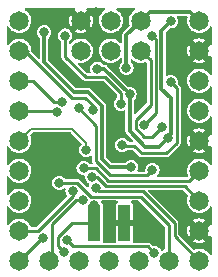
<source format=gbr>
%TF.GenerationSoftware,KiCad,Pcbnew,(6.0.1)*%
%TF.CreationDate,2022-04-12T16:45:31-07:00*%
%TF.ProjectId,3208_board,33323038-5f62-46f6-9172-642e6b696361,rev?*%
%TF.SameCoordinates,Original*%
%TF.FileFunction,Copper,L2,Bot*%
%TF.FilePolarity,Positive*%
%FSLAX46Y46*%
G04 Gerber Fmt 4.6, Leading zero omitted, Abs format (unit mm)*
G04 Created by KiCad (PCBNEW (6.0.1)) date 2022-04-12 16:45:31*
%MOMM*%
%LPD*%
G01*
G04 APERTURE LIST*
%TA.AperFunction,ComponentPad*%
%ADD10C,1.650000*%
%TD*%
%TA.AperFunction,SMDPad,CuDef*%
%ADD11R,1.020000X3.170000*%
%TD*%
%TA.AperFunction,ViaPad*%
%ADD12C,0.800000*%
%TD*%
%TA.AperFunction,Conductor*%
%ADD13C,0.250000*%
%TD*%
%TA.AperFunction,Conductor*%
%ADD14C,0.300000*%
%TD*%
%TA.AperFunction,Conductor*%
%ADD15C,0.400000*%
%TD*%
%TA.AperFunction,Conductor*%
%ADD16C,0.200000*%
%TD*%
G04 APERTURE END LIST*
D10*
%TO.P,J2,1,1*%
%TO.N,/2*%
X139065000Y-57785000D03*
%TO.P,J2,2,2*%
%TO.N,/3{slash}SCL*%
X139065000Y-60325000D03*
%TO.P,J2,3,3*%
%TO.N,/4{slash}MOSI*%
X139065000Y-62865000D03*
%TO.P,J2,4,4*%
%TO.N,/5{slash}MISO*%
X139065000Y-65405000D03*
%TO.P,J2,5,5*%
%TO.N,/6{slash}SCK*%
X139065000Y-67945000D03*
%TO.P,J2,6,6*%
%TO.N,/7*%
X139065000Y-70485000D03*
%TO.P,J2,7,7*%
%TO.N,/12*%
X139065000Y-73025000D03*
%TO.P,J2,8,8*%
%TO.N,/13*%
X139065000Y-75565000D03*
%TO.P,J2,9,9*%
%TO.N,/14*%
X139065000Y-78105000D03*
%TD*%
%TO.P,J1,1,1*%
%TO.N,/VIN*%
X154305000Y-57785000D03*
%TO.P,J1,2,2*%
%TO.N,GND*%
X154305000Y-60325000D03*
%TO.P,J1,3,3*%
%TO.N,/RX0*%
X154305000Y-62865000D03*
%TO.P,J1,4,4*%
%TO.N,/TX0*%
X154305000Y-65405000D03*
%TO.P,J1,5,5*%
%TO.N,GND*%
X154305000Y-67945000D03*
%TO.P,J1,6,6*%
%TO.N,/RX1*%
X154305000Y-70485000D03*
%TO.P,J1,7,7*%
%TO.N,/TX1*%
X154305000Y-73025000D03*
%TO.P,J1,8,8*%
%TO.N,GND*%
X154305000Y-75565000D03*
%TO.P,J1,9,9*%
%TO.N,/10{slash}SDA*%
X154305000Y-78105000D03*
%TD*%
%TO.P,J3,1,1*%
%TO.N,/11{slash}SCL*%
X151765000Y-78105000D03*
%TO.P,J3,2,2*%
%TO.N,/A6*%
X149225000Y-78105000D03*
%TO.P,J3,3,3*%
%TO.N,/A5*%
X146685000Y-78105000D03*
%TO.P,J3,4,4*%
%TO.N,/16*%
X144145000Y-78105000D03*
%TO.P,J3,5,5*%
%TO.N,/15*%
X141605000Y-78105000D03*
%TD*%
%TO.P,J4,1,1*%
%TO.N,/UDPI*%
X149352000Y-60325000D03*
%TO.P,J4,2,2*%
%TO.N,/VIN*%
X149352000Y-57785000D03*
%TO.P,J4,3,3*%
%TO.N,unconnected-(J4-Pad3)*%
X146812000Y-60325000D03*
%TO.P,J4,4,4*%
%TO.N,/TX0*%
X146812000Y-57785000D03*
%TO.P,J4,5,5*%
%TO.N,/RX0*%
X144272000Y-60325000D03*
%TO.P,J4,6,6*%
%TO.N,GND*%
X144272000Y-57785000D03*
%TD*%
D11*
%TO.P,J5,1,1*%
%TO.N,GND*%
X147955000Y-74946500D03*
%TO.P,J5,2,2*%
%TO.N,/LED_GND*%
X145415000Y-74946500D03*
%TD*%
D12*
%TO.N,/RST*%
X150334067Y-70426360D03*
X144081500Y-65214500D03*
%TO.N,/UDPI*%
X151175980Y-66800010D03*
%TO.N,/3{slash}SCL*%
X145297773Y-65331727D03*
%TO.N,/4{slash}MOSI*%
X142670498Y-64650502D03*
%TO.N,/5{slash}MISO*%
X142238970Y-65552050D03*
%TO.N,/VIN*%
X148137531Y-61760785D03*
%TO.N,GND*%
X146682104Y-75275319D03*
X153543000Y-74295000D03*
X147447000Y-69342000D03*
X139827000Y-59055000D03*
X138416500Y-69215000D03*
X146939000Y-65659000D03*
X145542000Y-57086500D03*
X153543000Y-69215000D03*
X149225000Y-64770000D03*
%TO.N,/VCC*%
X145669000Y-61849000D03*
X151638000Y-67691000D03*
X151892000Y-57841498D03*
X148399500Y-64008000D03*
%TO.N,/AVCC*%
X141177801Y-58763989D03*
X148526500Y-70158909D03*
%TO.N,/6{slash}SCK*%
X144732989Y-68729304D03*
%TO.N,/TX1*%
X145215497Y-70991877D03*
%TO.N,/RX1*%
X144508734Y-70285129D03*
%TO.N,/10{slash}SDA*%
X145514574Y-71956989D03*
%TO.N,/11{slash}SCL*%
X142455638Y-71506381D03*
%TO.N,/TX0*%
X149632000Y-66613835D03*
X150304500Y-59055000D03*
%TO.N,/2*%
X147650000Y-64833500D03*
X142938500Y-59055000D03*
%TO.N,/13*%
X143576869Y-72230881D03*
%TO.N,/14*%
X141103559Y-76145413D03*
%TO.N,/15*%
X144415393Y-73008608D03*
%TO.N,/LED_GND*%
X151892000Y-62992000D03*
X145415000Y-73406000D03*
X142875000Y-77406500D03*
X147782803Y-68313588D03*
%TO.N,Net-(LED1-Pad1)*%
X143065500Y-76390500D03*
X150494999Y-77459783D03*
%TD*%
D13*
%TO.N,/RST*%
X145575480Y-66708480D02*
X145575480Y-69691544D01*
X149877018Y-70883409D02*
X150334067Y-70426360D01*
X146767345Y-70883409D02*
X149877018Y-70883409D01*
X145575480Y-69691544D02*
X146767345Y-70883409D01*
X144081500Y-65214500D02*
X145575480Y-66708480D01*
%TO.N,/UDPI*%
X150172480Y-61145480D02*
X149352000Y-60325000D01*
X150172480Y-64902020D02*
X150172480Y-61145480D01*
X149653298Y-67659747D02*
X148907500Y-66913949D01*
X150316243Y-67659747D02*
X149653298Y-67659747D01*
X149352000Y-60325000D02*
X149237548Y-60439452D01*
X148907500Y-66167000D02*
X150172480Y-64902020D01*
X151175980Y-66800010D02*
X150316243Y-67659747D01*
X148907500Y-66913949D02*
X148907500Y-66167000D01*
%TO.N,/3{slash}SCL*%
X144646948Y-64292020D02*
X143503947Y-64292019D01*
X145297773Y-64942845D02*
X144646948Y-64292020D01*
X145297773Y-65331727D02*
X145297773Y-64942845D01*
X139764218Y-60325000D02*
X139065000Y-60325000D01*
X143503947Y-64292019D02*
X139536928Y-60325000D01*
X139536928Y-60325000D02*
X139065000Y-60325000D01*
%TO.N,/4{slash}MOSI*%
X142670498Y-64650502D02*
X142012344Y-64650502D01*
X140226842Y-62865000D02*
X139065000Y-62865000D01*
X142012344Y-64650502D02*
X140226842Y-62865000D01*
%TO.N,/5{slash}MISO*%
X142091920Y-65405000D02*
X139065000Y-65405000D01*
X142238970Y-65552050D02*
X142091920Y-65405000D01*
D14*
%TO.N,/VIN*%
X150114000Y-57023000D02*
X149352000Y-57785000D01*
X154305000Y-57785000D02*
X153543000Y-57023000D01*
D15*
X148137531Y-61760785D02*
X148127489Y-61750743D01*
D14*
X148127489Y-59009511D02*
X149352000Y-57785000D01*
X148127489Y-61750743D02*
X148127489Y-59009511D01*
X153543000Y-57023000D02*
X150114000Y-57023000D01*
%TO.N,/VCC*%
X151096520Y-63530020D02*
X151925480Y-64358980D01*
X148399500Y-67119500D02*
X149733000Y-68453000D01*
X145669000Y-61849000D02*
X146240500Y-61849000D01*
X146240500Y-61849000D02*
X148399500Y-64008000D01*
X148399500Y-64008000D02*
X148399500Y-67119500D01*
X151892000Y-57841498D02*
X151096520Y-58636978D01*
X151925480Y-64358980D02*
X151925480Y-67403520D01*
X150876000Y-68453000D02*
X151638000Y-67691000D01*
X149733000Y-68453000D02*
X150876000Y-68453000D01*
X151096520Y-58636978D02*
X151096520Y-63530020D01*
X151925480Y-67403520D02*
X151638000Y-67691000D01*
%TO.N,/AVCC*%
X141177801Y-61294801D02*
X141177801Y-58763989D01*
X146713917Y-70158909D02*
X146050000Y-69494992D01*
X148526500Y-70158909D02*
X146713917Y-70158909D01*
X143700500Y-63817500D02*
X141177801Y-61294801D01*
X146050000Y-69494992D02*
X146050000Y-65024000D01*
X146050000Y-65024000D02*
X144843500Y-63817500D01*
X144843500Y-63817500D02*
X143700500Y-63817500D01*
D16*
%TO.N,/6{slash}SCK*%
X140081000Y-66929000D02*
X139065000Y-67945000D01*
X144732989Y-68729304D02*
X144732989Y-68151989D01*
X144732989Y-68151989D02*
X143510000Y-66929000D01*
X143510000Y-66929000D02*
X140081000Y-66929000D01*
D13*
%TO.N,/TX1*%
X145604377Y-70991877D02*
X146394949Y-71782449D01*
X153062449Y-71782449D02*
X154305000Y-73025000D01*
X146394949Y-71782449D02*
X153062449Y-71782449D01*
X145215497Y-70991877D02*
X145604377Y-70991877D01*
X145215497Y-70991877D02*
X145070183Y-70991877D01*
%TO.N,/RX1*%
X144526497Y-70267366D02*
X145515584Y-70267366D01*
X145515584Y-70267366D02*
X146581147Y-71332929D01*
X144508734Y-70285129D02*
X144526497Y-70267366D01*
X146581147Y-71332929D02*
X153457071Y-71332929D01*
X153457071Y-71332929D02*
X154305000Y-70485000D01*
%TO.N,/10{slash}SDA*%
X149511469Y-72231969D02*
X145789554Y-72231969D01*
X154305000Y-78105000D02*
X152214520Y-76014520D01*
X152214520Y-76014520D02*
X152214520Y-74935021D01*
X145789554Y-72231969D02*
X145514574Y-71956989D01*
X152214520Y-74935021D02*
X149511469Y-72231969D01*
%TO.N,/11{slash}SCL*%
X145131017Y-72681489D02*
X149325271Y-72681489D01*
X143955909Y-71506381D02*
X145131017Y-72681489D01*
X149325271Y-72681489D02*
X151765000Y-75121218D01*
X142424203Y-71506381D02*
X142418822Y-71501000D01*
X142455638Y-71506381D02*
X142424203Y-71506381D01*
X142455638Y-71506381D02*
X143955909Y-71506381D01*
X151765000Y-75121218D02*
X151765000Y-78105000D01*
%TO.N,/TX0*%
X150622000Y-59372500D02*
X150304500Y-59055000D01*
X149632000Y-66613835D02*
X149634335Y-66611500D01*
X150622000Y-65623835D02*
X150622000Y-59372500D01*
X149632000Y-66613835D02*
X150622000Y-65623835D01*
%TO.N,/RX0*%
X154305000Y-62865000D02*
X154305000Y-62230000D01*
X144272000Y-60833000D02*
X144272000Y-60325000D01*
X154305000Y-63254614D02*
X154305000Y-62865000D01*
%TO.N,/2*%
X142938500Y-59055000D02*
X142938500Y-60833000D01*
X142938500Y-60833000D02*
X144679011Y-62573511D01*
X144679011Y-62573511D02*
X146293939Y-62573511D01*
X146293939Y-62573511D02*
X147650000Y-63929572D01*
X147650000Y-63929572D02*
X147650000Y-64833500D01*
%TO.N,/13*%
X140669944Y-75565000D02*
X139065000Y-75565000D01*
X143576869Y-72230881D02*
X143576869Y-72658075D01*
X143576869Y-72658075D02*
X140669944Y-75565000D01*
%TO.N,/14*%
X141103559Y-76145413D02*
X141024587Y-76145413D01*
X141024587Y-76145413D02*
X139065000Y-78105000D01*
%TO.N,/15*%
X141828070Y-77881930D02*
X141605000Y-78105000D01*
X143862054Y-73008608D02*
X141828070Y-75042592D01*
X141828070Y-75042592D02*
X141828070Y-77881930D01*
X144415393Y-73008608D02*
X143862054Y-73008608D01*
%TO.N,/LED_GND*%
X145415000Y-76021500D02*
X145415000Y-74946500D01*
X143484886Y-74946500D02*
X145415000Y-74946500D01*
X152400000Y-68135500D02*
X152400000Y-63500000D01*
X142340989Y-76090397D02*
X143484886Y-74946500D01*
X149415500Y-69024500D02*
X151511000Y-69024500D01*
X145415000Y-74946500D02*
X145415000Y-75946000D01*
X147782803Y-68313588D02*
X147845204Y-68375989D01*
X148766989Y-68375989D02*
X149415500Y-69024500D01*
X151511000Y-69024500D02*
X152400000Y-68135500D01*
X152400000Y-63500000D02*
X151892000Y-62992000D01*
X147845204Y-68375989D02*
X148766989Y-68375989D01*
X142340989Y-76872489D02*
X142340989Y-76090397D01*
X142875000Y-77406500D02*
X142340989Y-76872489D01*
%TO.N,Net-(LED1-Pad1)*%
X143573500Y-76898500D02*
X143065500Y-76390500D01*
X150494999Y-77459783D02*
X149933716Y-76898500D01*
X149933716Y-76898500D02*
X143573500Y-76898500D01*
%TD*%
%TA.AperFunction,Conductor*%
%TO.N,GND*%
G36*
X152944806Y-72126856D02*
G01*
X152956619Y-72136945D01*
X153335091Y-72515417D01*
X153362868Y-72569934D01*
X153356791Y-72618717D01*
X153357866Y-72619058D01*
X153297056Y-72810755D01*
X153274638Y-73010613D01*
X153276769Y-73035985D01*
X153289560Y-73188304D01*
X153291467Y-73211018D01*
X153346901Y-73404338D01*
X153438828Y-73583210D01*
X153441839Y-73587009D01*
X153560738Y-73737022D01*
X153560741Y-73737025D01*
X153563748Y-73740819D01*
X153567435Y-73743957D01*
X153567437Y-73743959D01*
X153683401Y-73842652D01*
X153716901Y-73871163D01*
X153721123Y-73873523D01*
X153721128Y-73873526D01*
X153759638Y-73895048D01*
X153892456Y-73969277D01*
X153995886Y-74002884D01*
X154079118Y-74029928D01*
X154079121Y-74029929D01*
X154083723Y-74031424D01*
X154283420Y-74055236D01*
X154288242Y-74054865D01*
X154288245Y-74054865D01*
X154354574Y-74049761D01*
X154483938Y-74039807D01*
X154677640Y-73985724D01*
X154681953Y-73983545D01*
X154681959Y-73983543D01*
X154852828Y-73897231D01*
X154852830Y-73897229D01*
X154857149Y-73895048D01*
X154891737Y-73868025D01*
X155011812Y-73774213D01*
X155011814Y-73774211D01*
X155015627Y-73771232D01*
X155018783Y-73767576D01*
X155018788Y-73767571D01*
X155094454Y-73679910D01*
X155147037Y-73618992D01*
X155149432Y-73614777D01*
X155189920Y-73543504D01*
X155235103Y-73502246D01*
X155295907Y-73495426D01*
X155349107Y-73525648D01*
X155374383Y-73581368D01*
X155375000Y-73592404D01*
X155375000Y-74996910D01*
X155356093Y-75055101D01*
X155306593Y-75091065D01*
X155245407Y-75091065D01*
X155208363Y-75064151D01*
X155206269Y-75066319D01*
X155186572Y-75047298D01*
X155176854Y-75052356D01*
X154675296Y-75553914D01*
X154669242Y-75565797D01*
X154670038Y-75570828D01*
X155175857Y-76076647D01*
X155186712Y-76082178D01*
X155204625Y-76065060D01*
X155206669Y-76067199D01*
X155235099Y-76041236D01*
X155295902Y-76034413D01*
X155349104Y-76064633D01*
X155374383Y-76120352D01*
X155375000Y-76131392D01*
X155375000Y-77535844D01*
X155356093Y-77594035D01*
X155306593Y-77629999D01*
X155245407Y-77629999D01*
X155195907Y-77594035D01*
X155188588Y-77582322D01*
X155165567Y-77539025D01*
X155165565Y-77539021D01*
X155163294Y-77534751D01*
X155036186Y-77378901D01*
X154881227Y-77250708D01*
X154704320Y-77155055D01*
X154629069Y-77131761D01*
X154516824Y-77097015D01*
X154516820Y-77097014D01*
X154512203Y-77095585D01*
X154507395Y-77095080D01*
X154507392Y-77095079D01*
X154317010Y-77075069D01*
X154317008Y-77075069D01*
X154312194Y-77074563D01*
X154245547Y-77080628D01*
X154116731Y-77092351D01*
X154116727Y-77092352D01*
X154111911Y-77092790D01*
X154107269Y-77094156D01*
X154107265Y-77094157D01*
X153923629Y-77148204D01*
X153923626Y-77148205D01*
X153918982Y-77149572D01*
X153911797Y-77153328D01*
X153910335Y-77153576D01*
X153910203Y-77153629D01*
X153910191Y-77153600D01*
X153851470Y-77163533D01*
X153795926Y-77135599D01*
X153107047Y-76446721D01*
X153787761Y-76446721D01*
X153794990Y-76454233D01*
X153888433Y-76506456D01*
X153897255Y-76510311D01*
X154079226Y-76569437D01*
X154088639Y-76571506D01*
X154278628Y-76594161D01*
X154288255Y-76594363D01*
X154479023Y-76579684D01*
X154488514Y-76578011D01*
X154672798Y-76526557D01*
X154681777Y-76523075D01*
X154815332Y-76455611D01*
X154823373Y-76447626D01*
X154818181Y-76437391D01*
X154316086Y-75935296D01*
X154304203Y-75929242D01*
X154299172Y-75930038D01*
X153793238Y-76435972D01*
X153787761Y-76446721D01*
X153107047Y-76446721D01*
X152569016Y-75908690D01*
X152541239Y-75854173D01*
X152540020Y-75838686D01*
X152540020Y-75555440D01*
X153275545Y-75555440D01*
X153291556Y-75746108D01*
X153293294Y-75755576D01*
X153346031Y-75939496D01*
X153349582Y-75948464D01*
X153414635Y-76075043D01*
X153422762Y-76083114D01*
X153432826Y-76077964D01*
X153934704Y-75576086D01*
X153940758Y-75564203D01*
X153939962Y-75559172D01*
X153433875Y-75053085D01*
X153423233Y-75047663D01*
X153415619Y-75055042D01*
X153360660Y-75155012D01*
X153356862Y-75163873D01*
X153299012Y-75346242D01*
X153297007Y-75355673D01*
X153275679Y-75545812D01*
X153275545Y-75555440D01*
X152540020Y-75555440D01*
X152540020Y-74953555D01*
X152540397Y-74944926D01*
X152543029Y-74914843D01*
X152543784Y-74906214D01*
X152533724Y-74868671D01*
X152531854Y-74860237D01*
X152526612Y-74830504D01*
X152526611Y-74830502D01*
X152525108Y-74821976D01*
X152520778Y-74814477D01*
X152518782Y-74808992D01*
X152516316Y-74803705D01*
X152514074Y-74795337D01*
X152491788Y-74763510D01*
X152487147Y-74756226D01*
X152472043Y-74730065D01*
X152467714Y-74722566D01*
X152437949Y-74697590D01*
X152431581Y-74691756D01*
X152422940Y-74683115D01*
X153787110Y-74683115D01*
X153792214Y-74693004D01*
X154293914Y-75194704D01*
X154305797Y-75200758D01*
X154310828Y-75199962D01*
X154817105Y-74693685D01*
X154822472Y-74683151D01*
X154814943Y-74675436D01*
X154708390Y-74617823D01*
X154699500Y-74614086D01*
X154516724Y-74557508D01*
X154507290Y-74555571D01*
X154317006Y-74535571D01*
X154307368Y-74535504D01*
X154116825Y-74552844D01*
X154107361Y-74554650D01*
X153923817Y-74608670D01*
X153914876Y-74612283D01*
X153795214Y-74674841D01*
X153787110Y-74683115D01*
X152422940Y-74683115D01*
X150016779Y-72276953D01*
X149989002Y-72222436D01*
X149998573Y-72162004D01*
X150041838Y-72118739D01*
X150086783Y-72107949D01*
X152886615Y-72107949D01*
X152944806Y-72126856D01*
G37*
%TD.AperFunction*%
%TA.AperFunction,Conductor*%
G36*
X147347404Y-73025896D02*
G01*
X147383368Y-73075396D01*
X147383368Y-73136582D01*
X147344215Y-73188304D01*
X147308919Y-73211888D01*
X147295389Y-73225418D01*
X147262021Y-73275358D01*
X147254702Y-73293026D01*
X147245948Y-73337038D01*
X147245000Y-73346660D01*
X147245000Y-74676820D01*
X147249122Y-74689505D01*
X147253243Y-74692500D01*
X148649320Y-74692500D01*
X148662005Y-74688378D01*
X148665000Y-74684257D01*
X148665000Y-73346660D01*
X148664052Y-73337038D01*
X148655298Y-73293026D01*
X148647979Y-73275358D01*
X148614611Y-73225418D01*
X148601081Y-73211888D01*
X148565785Y-73188304D01*
X148527906Y-73140255D01*
X148525504Y-73079116D01*
X148559497Y-73028243D01*
X148620787Y-73006989D01*
X149149437Y-73006989D01*
X149207628Y-73025896D01*
X149219441Y-73035985D01*
X151410504Y-75227048D01*
X151438281Y-75281565D01*
X151439500Y-75297052D01*
X151439500Y-77058855D01*
X151420593Y-77117046D01*
X151378976Y-77149560D01*
X151378982Y-77149572D01*
X151378916Y-77149606D01*
X151378914Y-77149608D01*
X151374682Y-77151820D01*
X151205054Y-77240499D01*
X151205050Y-77240502D01*
X151200757Y-77242746D01*
X151196978Y-77245784D01*
X151196977Y-77245785D01*
X151194412Y-77247847D01*
X151193016Y-77248377D01*
X151192932Y-77248432D01*
X151192920Y-77248414D01*
X151137213Y-77269569D01*
X151078169Y-77253522D01*
X151040921Y-77208572D01*
X151022020Y-77162939D01*
X151022017Y-77162933D01*
X151019535Y-77156942D01*
X150923281Y-77031501D01*
X150797840Y-76935247D01*
X150651761Y-76874739D01*
X150494999Y-76854101D01*
X150414957Y-76864639D01*
X150354798Y-76853489D01*
X150332032Y-76836490D01*
X150176985Y-76681443D01*
X150171150Y-76675075D01*
X150166849Y-76669949D01*
X150146171Y-76645306D01*
X150112508Y-76625871D01*
X150105227Y-76621232D01*
X150102772Y-76619513D01*
X150073400Y-76598946D01*
X150065032Y-76596704D01*
X150059745Y-76594238D01*
X150054260Y-76592242D01*
X150046761Y-76587912D01*
X150038235Y-76586409D01*
X150038233Y-76586408D01*
X150008500Y-76581166D01*
X150000065Y-76579296D01*
X149970890Y-76571478D01*
X149962523Y-76569236D01*
X149953894Y-76569991D01*
X149923811Y-76572623D01*
X149915182Y-76573000D01*
X148764000Y-76573000D01*
X148705809Y-76554093D01*
X148669845Y-76504593D01*
X148665000Y-76474000D01*
X148665000Y-75216180D01*
X148660878Y-75203495D01*
X148656757Y-75200500D01*
X147260680Y-75200500D01*
X147247995Y-75204622D01*
X147245000Y-75208743D01*
X147245000Y-76474000D01*
X147226093Y-76532191D01*
X147176593Y-76568155D01*
X147146000Y-76573000D01*
X146224500Y-76573000D01*
X146166309Y-76554093D01*
X146130345Y-76504593D01*
X146125500Y-76474000D01*
X146125500Y-73341752D01*
X146113867Y-73283269D01*
X146069552Y-73216948D01*
X146026684Y-73188304D01*
X145988805Y-73140254D01*
X145986403Y-73079116D01*
X146020396Y-73028242D01*
X146081686Y-73006989D01*
X147289213Y-73006989D01*
X147347404Y-73025896D01*
G37*
%TD.AperFunction*%
%TA.AperFunction,Conductor*%
G36*
X143402712Y-67248407D02*
G01*
X143414525Y-67258496D01*
X144311474Y-68155445D01*
X144339251Y-68209962D01*
X144329680Y-68270394D01*
X144311476Y-68295450D01*
X144309852Y-68297074D01*
X144304707Y-68301022D01*
X144208453Y-68426463D01*
X144147945Y-68572542D01*
X144127307Y-68729304D01*
X144147945Y-68886066D01*
X144208453Y-69032145D01*
X144304707Y-69157586D01*
X144430148Y-69253840D01*
X144576227Y-69314348D01*
X144732989Y-69334986D01*
X144889751Y-69314348D01*
X145035830Y-69253840D01*
X145090713Y-69211727D01*
X145148389Y-69191303D01*
X145207054Y-69208681D01*
X145244302Y-69257222D01*
X145249980Y-69290269D01*
X145249980Y-69673010D01*
X145249603Y-69681639D01*
X145246216Y-69720351D01*
X145248458Y-69728718D01*
X145256276Y-69757893D01*
X145258146Y-69766327D01*
X145264892Y-69804589D01*
X145268143Y-69810221D01*
X145270236Y-69870154D01*
X145236021Y-69920879D01*
X145175071Y-69941866D01*
X145051074Y-69941866D01*
X144992883Y-69922959D01*
X144972532Y-69903133D01*
X144969623Y-69899341D01*
X144937016Y-69856847D01*
X144811575Y-69760593D01*
X144665496Y-69700085D01*
X144508734Y-69679447D01*
X144351972Y-69700085D01*
X144205893Y-69760593D01*
X144080452Y-69856847D01*
X143984198Y-69982288D01*
X143923690Y-70128367D01*
X143903052Y-70285129D01*
X143923690Y-70441891D01*
X143984198Y-70587970D01*
X144080452Y-70713411D01*
X144205893Y-70809665D01*
X144351972Y-70870173D01*
X144483165Y-70887445D01*
X144502300Y-70889964D01*
X144508734Y-70890811D01*
X144512673Y-70890292D01*
X144569853Y-70908871D01*
X144605817Y-70958371D01*
X144610409Y-70987366D01*
X144609815Y-70991877D01*
X144630453Y-71148639D01*
X144690961Y-71294718D01*
X144787215Y-71420159D01*
X144912656Y-71516413D01*
X144935941Y-71526058D01*
X144982465Y-71565795D01*
X144996748Y-71625289D01*
X144989518Y-71655404D01*
X144929530Y-71800227D01*
X144928683Y-71806660D01*
X144928228Y-71808359D01*
X144894906Y-71859675D01*
X144837785Y-71881603D01*
X144778684Y-71865769D01*
X144762597Y-71852743D01*
X144199178Y-71289324D01*
X144193343Y-71282956D01*
X144168364Y-71253187D01*
X144134701Y-71233752D01*
X144127420Y-71229113D01*
X144124965Y-71227394D01*
X144095593Y-71206827D01*
X144087225Y-71204585D01*
X144081938Y-71202119D01*
X144076453Y-71200123D01*
X144068954Y-71195793D01*
X144060428Y-71194290D01*
X144060426Y-71194289D01*
X144030693Y-71189047D01*
X144022258Y-71187177D01*
X143993083Y-71179359D01*
X143984716Y-71177117D01*
X143976087Y-71177872D01*
X143946004Y-71180504D01*
X143937375Y-71180881D01*
X143011608Y-71180881D01*
X142953417Y-71161974D01*
X142933066Y-71142148D01*
X142887874Y-71083252D01*
X142883920Y-71078099D01*
X142758479Y-70981845D01*
X142612400Y-70921337D01*
X142455638Y-70900699D01*
X142298876Y-70921337D01*
X142152797Y-70981845D01*
X142027356Y-71078099D01*
X141931102Y-71203540D01*
X141870594Y-71349619D01*
X141849956Y-71506381D01*
X141870594Y-71663143D01*
X141931102Y-71809222D01*
X142027356Y-71934663D01*
X142152797Y-72030917D01*
X142298876Y-72091425D01*
X142455638Y-72112063D01*
X142612400Y-72091425D01*
X142758479Y-72030917D01*
X142836521Y-71971034D01*
X142894193Y-71950611D01*
X142952859Y-71967988D01*
X142990106Y-72016530D01*
X142992323Y-72072916D01*
X142991825Y-72074119D01*
X142971187Y-72230881D01*
X142991825Y-72387643D01*
X143052333Y-72533722D01*
X143081350Y-72571538D01*
X143101773Y-72629211D01*
X143084396Y-72687877D01*
X143072811Y-72701807D01*
X140564114Y-75210504D01*
X140509597Y-75238281D01*
X140494110Y-75239500D01*
X140111163Y-75239500D01*
X140052972Y-75220593D01*
X140019633Y-75178225D01*
X140019108Y-75176951D01*
X140017710Y-75172321D01*
X139961348Y-75066319D01*
X139925567Y-74999025D01*
X139925565Y-74999021D01*
X139923294Y-74994751D01*
X139889696Y-74953555D01*
X139799247Y-74842654D01*
X139799246Y-74842653D01*
X139796186Y-74838901D01*
X139663869Y-74729439D01*
X139644954Y-74713791D01*
X139644952Y-74713790D01*
X139641227Y-74710708D01*
X139469750Y-74617991D01*
X139468574Y-74617355D01*
X139468573Y-74617355D01*
X139464320Y-74615055D01*
X139402745Y-74595994D01*
X139276824Y-74557015D01*
X139276820Y-74557014D01*
X139272203Y-74555585D01*
X139267395Y-74555080D01*
X139267392Y-74555079D01*
X139077010Y-74535069D01*
X139077008Y-74535069D01*
X139072194Y-74534563D01*
X139005547Y-74540628D01*
X138876731Y-74552351D01*
X138876727Y-74552352D01*
X138871911Y-74552790D01*
X138867269Y-74554156D01*
X138867265Y-74554157D01*
X138683629Y-74608204D01*
X138683626Y-74608205D01*
X138678982Y-74609572D01*
X138657122Y-74621000D01*
X138505054Y-74700499D01*
X138505050Y-74700502D01*
X138500757Y-74702746D01*
X138496981Y-74705782D01*
X138496978Y-74705784D01*
X138352465Y-74821976D01*
X138344024Y-74828763D01*
X138340915Y-74832468D01*
X138340912Y-74832471D01*
X138239311Y-74953555D01*
X138214752Y-74982823D01*
X138212416Y-74987071D01*
X138212416Y-74987072D01*
X138180754Y-75044665D01*
X138136152Y-75086549D01*
X138075449Y-75094217D01*
X138021832Y-75064741D01*
X137995781Y-75009379D01*
X137995000Y-74996971D01*
X137995000Y-73595819D01*
X138013907Y-73537628D01*
X138063407Y-73501664D01*
X138124593Y-73501664D01*
X138174093Y-73537628D01*
X138182051Y-73550566D01*
X138198828Y-73583210D01*
X138201839Y-73587009D01*
X138320738Y-73737022D01*
X138320741Y-73737025D01*
X138323748Y-73740819D01*
X138327435Y-73743957D01*
X138327437Y-73743959D01*
X138443401Y-73842652D01*
X138476901Y-73871163D01*
X138481123Y-73873523D01*
X138481128Y-73873526D01*
X138519638Y-73895048D01*
X138652456Y-73969277D01*
X138755886Y-74002884D01*
X138839118Y-74029928D01*
X138839121Y-74029929D01*
X138843723Y-74031424D01*
X139043420Y-74055236D01*
X139048242Y-74054865D01*
X139048245Y-74054865D01*
X139114574Y-74049761D01*
X139243938Y-74039807D01*
X139437640Y-73985724D01*
X139441953Y-73983545D01*
X139441959Y-73983543D01*
X139612828Y-73897231D01*
X139612830Y-73897229D01*
X139617149Y-73895048D01*
X139651737Y-73868025D01*
X139771812Y-73774213D01*
X139771814Y-73774211D01*
X139775627Y-73771232D01*
X139778783Y-73767576D01*
X139778788Y-73767571D01*
X139854454Y-73679910D01*
X139907037Y-73618992D01*
X139973358Y-73502246D01*
X140003985Y-73448333D01*
X140003986Y-73448330D01*
X140006374Y-73444127D01*
X140069854Y-73253297D01*
X140073422Y-73225058D01*
X140094712Y-73056524D01*
X140095060Y-73053772D01*
X140095462Y-73025000D01*
X140075837Y-72824849D01*
X140017710Y-72632321D01*
X139962096Y-72527727D01*
X139925567Y-72459025D01*
X139925565Y-72459021D01*
X139923294Y-72454751D01*
X139883235Y-72405633D01*
X139799247Y-72302654D01*
X139799246Y-72302653D01*
X139796186Y-72298901D01*
X139703756Y-72222436D01*
X139644954Y-72173791D01*
X139644952Y-72173790D01*
X139641227Y-72170708D01*
X139464320Y-72075055D01*
X139401468Y-72055599D01*
X139276824Y-72017015D01*
X139276820Y-72017014D01*
X139272203Y-72015585D01*
X139267395Y-72015080D01*
X139267392Y-72015079D01*
X139077010Y-71995069D01*
X139077008Y-71995069D01*
X139072194Y-71994563D01*
X139005547Y-72000628D01*
X138876731Y-72012351D01*
X138876727Y-72012352D01*
X138871911Y-72012790D01*
X138867269Y-72014156D01*
X138867265Y-72014157D01*
X138683629Y-72068204D01*
X138683626Y-72068205D01*
X138678982Y-72069572D01*
X138664095Y-72077355D01*
X138505054Y-72160499D01*
X138505050Y-72160502D01*
X138500757Y-72162746D01*
X138496981Y-72165782D01*
X138496978Y-72165784D01*
X138347796Y-72285730D01*
X138344024Y-72288763D01*
X138340915Y-72292468D01*
X138340912Y-72292471D01*
X138245958Y-72405633D01*
X138214752Y-72442823D01*
X138212416Y-72447071D01*
X138212416Y-72447072D01*
X138180754Y-72504665D01*
X138136152Y-72546549D01*
X138075449Y-72554217D01*
X138021832Y-72524741D01*
X137995781Y-72469379D01*
X137995000Y-72456971D01*
X137995000Y-71055819D01*
X138013907Y-70997628D01*
X138063407Y-70961664D01*
X138124593Y-70961664D01*
X138174093Y-70997628D01*
X138182051Y-71010566D01*
X138198828Y-71043210D01*
X138201839Y-71047009D01*
X138320738Y-71197022D01*
X138320741Y-71197025D01*
X138323748Y-71200819D01*
X138327435Y-71203957D01*
X138327437Y-71203959D01*
X138434078Y-71294718D01*
X138476901Y-71331163D01*
X138481123Y-71333523D01*
X138481128Y-71333526D01*
X138523544Y-71357231D01*
X138652456Y-71429277D01*
X138755886Y-71462884D01*
X138839118Y-71489928D01*
X138839121Y-71489929D01*
X138843723Y-71491424D01*
X139043420Y-71515236D01*
X139048242Y-71514865D01*
X139048245Y-71514865D01*
X139114574Y-71509761D01*
X139243938Y-71499807D01*
X139437640Y-71445724D01*
X139441953Y-71443545D01*
X139441959Y-71443543D01*
X139612828Y-71357231D01*
X139612830Y-71357229D01*
X139617149Y-71355048D01*
X139687778Y-71299867D01*
X139771812Y-71234213D01*
X139771814Y-71234211D01*
X139775627Y-71231232D01*
X139778783Y-71227576D01*
X139778788Y-71227571D01*
X139854454Y-71139910D01*
X139907037Y-71078992D01*
X139973358Y-70962246D01*
X140003985Y-70908333D01*
X140003986Y-70908330D01*
X140006374Y-70904127D01*
X140069854Y-70713297D01*
X140095060Y-70513772D01*
X140095462Y-70485000D01*
X140085013Y-70378433D01*
X140076309Y-70289659D01*
X140076308Y-70289655D01*
X140075837Y-70284849D01*
X140017710Y-70092321D01*
X139962392Y-69988283D01*
X139925567Y-69919025D01*
X139925565Y-69919021D01*
X139923294Y-69914751D01*
X139915974Y-69905775D01*
X139799247Y-69762654D01*
X139799246Y-69762653D01*
X139796186Y-69758901D01*
X139701166Y-69680294D01*
X139644954Y-69633791D01*
X139644952Y-69633790D01*
X139641227Y-69630708D01*
X139464320Y-69535055D01*
X139402745Y-69515994D01*
X139276824Y-69477015D01*
X139276820Y-69477014D01*
X139272203Y-69475585D01*
X139267395Y-69475080D01*
X139267392Y-69475079D01*
X139077010Y-69455069D01*
X139077008Y-69455069D01*
X139072194Y-69454563D01*
X139005547Y-69460628D01*
X138876731Y-69472351D01*
X138876727Y-69472352D01*
X138871911Y-69472790D01*
X138867269Y-69474156D01*
X138867265Y-69474157D01*
X138683629Y-69528204D01*
X138683626Y-69528205D01*
X138678982Y-69529572D01*
X138668494Y-69535055D01*
X138505054Y-69620499D01*
X138505050Y-69620502D01*
X138500757Y-69622746D01*
X138496981Y-69625782D01*
X138496978Y-69625784D01*
X138347796Y-69745730D01*
X138344024Y-69748763D01*
X138340915Y-69752468D01*
X138340912Y-69752471D01*
X138217869Y-69899108D01*
X138214752Y-69902823D01*
X138212416Y-69907071D01*
X138212416Y-69907072D01*
X138180754Y-69964665D01*
X138136152Y-70006549D01*
X138075449Y-70014217D01*
X138021832Y-69984741D01*
X137995781Y-69929379D01*
X137995000Y-69916971D01*
X137995000Y-68515819D01*
X138013907Y-68457628D01*
X138063407Y-68421664D01*
X138124593Y-68421664D01*
X138174093Y-68457628D01*
X138182051Y-68470566D01*
X138198828Y-68503210D01*
X138201839Y-68507009D01*
X138320738Y-68657022D01*
X138320741Y-68657025D01*
X138323748Y-68660819D01*
X138327435Y-68663957D01*
X138327437Y-68663959D01*
X138364559Y-68695552D01*
X138476901Y-68791163D01*
X138481123Y-68793523D01*
X138481128Y-68793526D01*
X138560928Y-68838124D01*
X138652456Y-68889277D01*
X138742157Y-68918423D01*
X138839118Y-68949928D01*
X138839121Y-68949929D01*
X138843723Y-68951424D01*
X139043420Y-68975236D01*
X139048242Y-68974865D01*
X139048245Y-68974865D01*
X139114574Y-68969761D01*
X139243938Y-68959807D01*
X139437640Y-68905724D01*
X139441953Y-68903545D01*
X139441959Y-68903543D01*
X139612828Y-68817231D01*
X139612830Y-68817229D01*
X139617149Y-68815048D01*
X139723276Y-68732133D01*
X139771812Y-68694213D01*
X139771814Y-68694211D01*
X139775627Y-68691232D01*
X139778783Y-68687576D01*
X139778788Y-68687571D01*
X139883254Y-68566545D01*
X139907037Y-68538992D01*
X139970962Y-68426463D01*
X140003985Y-68368333D01*
X140003986Y-68368330D01*
X140006374Y-68364127D01*
X140059708Y-68203798D01*
X140068327Y-68177888D01*
X140068327Y-68177886D01*
X140069854Y-68173297D01*
X140070481Y-68168339D01*
X140087431Y-68034158D01*
X140095060Y-67973772D01*
X140095462Y-67945000D01*
X140075837Y-67744849D01*
X140064684Y-67707906D01*
X140047091Y-67649636D01*
X140017710Y-67552321D01*
X140005218Y-67528827D01*
X139994593Y-67468571D01*
X140022626Y-67412345D01*
X140176475Y-67258496D01*
X140230992Y-67230719D01*
X140246479Y-67229500D01*
X143344521Y-67229500D01*
X143402712Y-67248407D01*
G37*
%TD.AperFunction*%
%TA.AperFunction,Conductor*%
G36*
X143761353Y-56733907D02*
G01*
X143797317Y-56783407D01*
X143797317Y-56844593D01*
X143770709Y-56881216D01*
X143773183Y-56883639D01*
X143754110Y-56903115D01*
X143759214Y-56913004D01*
X144260914Y-57414704D01*
X144272797Y-57420758D01*
X144277828Y-57419962D01*
X144784105Y-56913685D01*
X144789472Y-56903151D01*
X144771425Y-56884658D01*
X144774183Y-56881966D01*
X144750195Y-56856775D01*
X144742104Y-56796127D01*
X144771206Y-56742306D01*
X144826385Y-56715869D01*
X144839477Y-56715000D01*
X146242083Y-56715000D01*
X146300274Y-56733907D01*
X146336238Y-56783407D01*
X146336238Y-56844593D01*
X146300274Y-56894093D01*
X146287955Y-56901731D01*
X146247757Y-56922746D01*
X146243981Y-56925782D01*
X146243978Y-56925784D01*
X146166314Y-56988228D01*
X146091024Y-57048763D01*
X146087915Y-57052468D01*
X146087912Y-57052471D01*
X146050366Y-57097217D01*
X145961752Y-57202823D01*
X145959416Y-57207071D01*
X145959416Y-57207072D01*
X145952845Y-57219025D01*
X145864866Y-57379058D01*
X145863403Y-57383671D01*
X145863401Y-57383675D01*
X145851890Y-57419962D01*
X145804056Y-57570755D01*
X145781638Y-57770613D01*
X145784754Y-57807723D01*
X145798055Y-57966108D01*
X145798467Y-57971018D01*
X145853901Y-58164338D01*
X145945828Y-58343210D01*
X145948839Y-58347009D01*
X146067738Y-58497022D01*
X146067741Y-58497025D01*
X146070748Y-58500819D01*
X146074435Y-58503957D01*
X146074437Y-58503959D01*
X146110223Y-58534415D01*
X146223901Y-58631163D01*
X146228123Y-58633523D01*
X146228128Y-58633526D01*
X146339944Y-58696017D01*
X146399456Y-58729277D01*
X146502886Y-58762884D01*
X146586118Y-58789928D01*
X146586121Y-58789929D01*
X146590723Y-58791424D01*
X146790420Y-58815236D01*
X146795242Y-58814865D01*
X146795245Y-58814865D01*
X146861574Y-58809761D01*
X146990938Y-58799807D01*
X147184640Y-58745724D01*
X147188953Y-58743545D01*
X147188959Y-58743543D01*
X147359828Y-58657231D01*
X147359830Y-58657229D01*
X147364149Y-58655048D01*
X147391696Y-58633526D01*
X147518812Y-58534213D01*
X147518814Y-58534211D01*
X147522627Y-58531232D01*
X147525783Y-58527576D01*
X147525788Y-58527571D01*
X147632542Y-58403894D01*
X147654037Y-58378992D01*
X147720358Y-58262246D01*
X147750985Y-58208333D01*
X147750986Y-58208330D01*
X147753374Y-58204127D01*
X147816854Y-58013297D01*
X147817476Y-58008379D01*
X147837744Y-57847933D01*
X147842060Y-57813772D01*
X147842150Y-57807371D01*
X147842307Y-57796086D01*
X147842462Y-57785000D01*
X147822837Y-57584849D01*
X147764710Y-57392321D01*
X147702556Y-57275426D01*
X147672567Y-57219025D01*
X147672565Y-57219021D01*
X147670294Y-57214751D01*
X147636064Y-57172780D01*
X147546247Y-57062654D01*
X147546246Y-57062653D01*
X147543186Y-57058901D01*
X147388227Y-56930708D01*
X147333440Y-56901085D01*
X147291246Y-56856777D01*
X147283153Y-56796129D01*
X147312254Y-56742307D01*
X147367433Y-56715870D01*
X147380527Y-56715000D01*
X148782083Y-56715000D01*
X148840274Y-56733907D01*
X148876238Y-56783407D01*
X148876238Y-56844593D01*
X148840274Y-56894093D01*
X148827955Y-56901731D01*
X148787757Y-56922746D01*
X148783981Y-56925782D01*
X148783978Y-56925784D01*
X148706314Y-56988228D01*
X148631024Y-57048763D01*
X148627915Y-57052468D01*
X148627912Y-57052471D01*
X148590366Y-57097217D01*
X148501752Y-57202823D01*
X148499416Y-57207071D01*
X148499416Y-57207072D01*
X148492845Y-57219025D01*
X148404866Y-57379058D01*
X148403403Y-57383671D01*
X148403401Y-57383675D01*
X148391890Y-57419962D01*
X148344056Y-57570755D01*
X148321638Y-57770613D01*
X148324754Y-57807723D01*
X148338055Y-57966108D01*
X148338467Y-57971018D01*
X148339800Y-57975666D01*
X148339800Y-57975667D01*
X148392566Y-58159681D01*
X148393901Y-58164338D01*
X148393982Y-58164496D01*
X148397730Y-58224092D01*
X148371845Y-58269473D01*
X147913552Y-58727766D01*
X147897249Y-58740931D01*
X147895215Y-58742244D01*
X147895211Y-58742247D01*
X147888337Y-58746686D01*
X147868504Y-58771843D01*
X147864590Y-58776248D01*
X147864591Y-58776249D01*
X147861938Y-58779380D01*
X147859061Y-58782257D01*
X147848445Y-58797112D01*
X147845659Y-58800823D01*
X147816097Y-58838322D01*
X147813531Y-58845629D01*
X147812884Y-58846874D01*
X147808378Y-58853180D01*
X147806034Y-58861019D01*
X147794697Y-58898926D01*
X147793256Y-58903362D01*
X147785044Y-58926748D01*
X147777434Y-58948417D01*
X147776989Y-58953555D01*
X147776989Y-58955693D01*
X147776915Y-58957412D01*
X147776800Y-58958773D01*
X147774945Y-58964975D01*
X147775266Y-58973146D01*
X147776913Y-59015065D01*
X147776989Y-59018952D01*
X147776989Y-59607547D01*
X147758082Y-59665738D01*
X147708582Y-59701702D01*
X147647396Y-59701702D01*
X147601269Y-59670118D01*
X147546247Y-59602654D01*
X147546246Y-59602653D01*
X147543186Y-59598901D01*
X147408206Y-59487236D01*
X147391954Y-59473791D01*
X147391952Y-59473790D01*
X147388227Y-59470708D01*
X147278842Y-59411564D01*
X147215574Y-59377355D01*
X147215573Y-59377355D01*
X147211320Y-59375055D01*
X147136344Y-59351846D01*
X147023824Y-59317015D01*
X147023820Y-59317014D01*
X147019203Y-59315585D01*
X147014395Y-59315080D01*
X147014392Y-59315079D01*
X146824010Y-59295069D01*
X146824008Y-59295069D01*
X146819194Y-59294563D01*
X146752547Y-59300628D01*
X146623731Y-59312351D01*
X146623727Y-59312352D01*
X146618911Y-59312790D01*
X146614269Y-59314156D01*
X146614265Y-59314157D01*
X146430629Y-59368204D01*
X146430626Y-59368205D01*
X146425982Y-59369572D01*
X146387503Y-59389688D01*
X146252054Y-59460499D01*
X146252050Y-59460502D01*
X146247757Y-59462746D01*
X146243981Y-59465782D01*
X146243978Y-59465784D01*
X146094796Y-59585730D01*
X146091024Y-59588763D01*
X146087915Y-59592468D01*
X146087912Y-59592471D01*
X145964869Y-59739108D01*
X145961752Y-59742823D01*
X145959416Y-59747071D01*
X145959416Y-59747072D01*
X145955121Y-59754884D01*
X145864866Y-59919058D01*
X145863403Y-59923671D01*
X145863401Y-59923675D01*
X145859189Y-59936953D01*
X145804056Y-60110755D01*
X145781638Y-60310613D01*
X145782357Y-60319172D01*
X145798055Y-60506108D01*
X145798467Y-60511018D01*
X145853901Y-60704338D01*
X145945828Y-60883210D01*
X145948839Y-60887009D01*
X146067738Y-61037022D01*
X146067741Y-61037025D01*
X146070748Y-61040819D01*
X146074435Y-61043957D01*
X146074437Y-61043959D01*
X146168600Y-61124098D01*
X146223901Y-61171163D01*
X146228123Y-61173523D01*
X146228128Y-61173526D01*
X146304648Y-61216291D01*
X146399456Y-61269277D01*
X146462905Y-61289893D01*
X146586118Y-61329928D01*
X146586121Y-61329929D01*
X146590723Y-61331424D01*
X146790420Y-61355236D01*
X146795242Y-61354865D01*
X146795245Y-61354865D01*
X146861574Y-61349761D01*
X146990938Y-61339807D01*
X147184640Y-61285724D01*
X147188953Y-61283545D01*
X147188959Y-61283543D01*
X147359828Y-61197231D01*
X147359830Y-61197229D01*
X147364149Y-61195048D01*
X147367966Y-61192066D01*
X147518812Y-61074213D01*
X147518814Y-61074211D01*
X147522627Y-61071232D01*
X147525789Y-61067569D01*
X147525793Y-61067565D01*
X147603047Y-60978066D01*
X147655382Y-60946371D01*
X147716353Y-60951491D01*
X147762670Y-60991470D01*
X147776989Y-61042755D01*
X147776989Y-61231702D01*
X147758082Y-61289893D01*
X147738257Y-61310243D01*
X147714399Y-61328550D01*
X147714395Y-61328554D01*
X147709249Y-61332503D01*
X147612995Y-61457944D01*
X147552487Y-61604023D01*
X147531849Y-61760785D01*
X147552487Y-61917547D01*
X147612995Y-62063626D01*
X147709249Y-62189067D01*
X147834690Y-62285321D01*
X147980769Y-62345829D01*
X148111962Y-62363101D01*
X148124421Y-62364741D01*
X148137531Y-62366467D01*
X148150642Y-62364741D01*
X148163100Y-62363101D01*
X148294293Y-62345829D01*
X148440372Y-62285321D01*
X148565813Y-62189067D01*
X148662067Y-62063626D01*
X148722575Y-61917547D01*
X148743213Y-61760785D01*
X148722575Y-61604023D01*
X148662067Y-61457944D01*
X148565813Y-61332503D01*
X148560662Y-61328550D01*
X148516721Y-61294833D01*
X148482066Y-61244408D01*
X148477989Y-61216291D01*
X148477989Y-61142088D01*
X148496896Y-61083897D01*
X148546396Y-61047933D01*
X148607582Y-61047933D01*
X148641153Y-61066696D01*
X148708600Y-61124098D01*
X148763901Y-61171163D01*
X148768123Y-61173523D01*
X148768128Y-61173526D01*
X148844648Y-61216291D01*
X148939456Y-61269277D01*
X149002905Y-61289893D01*
X149126118Y-61329928D01*
X149126121Y-61329929D01*
X149130723Y-61331424D01*
X149330420Y-61355236D01*
X149335242Y-61354865D01*
X149335245Y-61354865D01*
X149401574Y-61349761D01*
X149530938Y-61339807D01*
X149636824Y-61310243D01*
X149721357Y-61286641D01*
X149782489Y-61289203D01*
X149830439Y-61327208D01*
X149846980Y-61381994D01*
X149846980Y-64726186D01*
X149828073Y-64784377D01*
X149817984Y-64796190D01*
X148919004Y-65695170D01*
X148864487Y-65722947D01*
X148804055Y-65713376D01*
X148760790Y-65670111D01*
X148750000Y-65625166D01*
X148750000Y-64544787D01*
X148768907Y-64486596D01*
X148788733Y-64466245D01*
X148822629Y-64440236D01*
X148827782Y-64436282D01*
X148924036Y-64310841D01*
X148984544Y-64164762D01*
X149005182Y-64008000D01*
X148984544Y-63851238D01*
X148924036Y-63705159D01*
X148827782Y-63579718D01*
X148702341Y-63483464D01*
X148556262Y-63422956D01*
X148399500Y-63402318D01*
X148393066Y-63403165D01*
X148393065Y-63403165D01*
X148350700Y-63408742D01*
X148290539Y-63397591D01*
X148267775Y-63380593D01*
X146522245Y-61635063D01*
X146509080Y-61618760D01*
X146507765Y-61616724D01*
X146507764Y-61616723D01*
X146503325Y-61609848D01*
X146478168Y-61590015D01*
X146473763Y-61586101D01*
X146473762Y-61586102D01*
X146470631Y-61583449D01*
X146467754Y-61580572D01*
X146452899Y-61569956D01*
X146449181Y-61567165D01*
X146418114Y-61542673D01*
X146418113Y-61542673D01*
X146411689Y-61537608D01*
X146404382Y-61535042D01*
X146403137Y-61534395D01*
X146396831Y-61529889D01*
X146365042Y-61520382D01*
X146351085Y-61516208D01*
X146346649Y-61514767D01*
X146307467Y-61501007D01*
X146307464Y-61501006D01*
X146301594Y-61498945D01*
X146296456Y-61498500D01*
X146294318Y-61498500D01*
X146292599Y-61498426D01*
X146291238Y-61498311D01*
X146285036Y-61496456D01*
X146276865Y-61496777D01*
X146234946Y-61498424D01*
X146231059Y-61498500D01*
X146205787Y-61498500D01*
X146147596Y-61479593D01*
X146127245Y-61459767D01*
X146101236Y-61425871D01*
X146097282Y-61420718D01*
X145971841Y-61324464D01*
X145825762Y-61263956D01*
X145694569Y-61246684D01*
X145675434Y-61244165D01*
X145669000Y-61243318D01*
X145662566Y-61244165D01*
X145643431Y-61246684D01*
X145512238Y-61263956D01*
X145366159Y-61324464D01*
X145240718Y-61420718D01*
X145144464Y-61546159D01*
X145083956Y-61692238D01*
X145063318Y-61849000D01*
X145083956Y-62005762D01*
X145086440Y-62011759D01*
X145127599Y-62111125D01*
X145132400Y-62172122D01*
X145100430Y-62224291D01*
X145043903Y-62247706D01*
X145036135Y-62248011D01*
X144854846Y-62248011D01*
X144796655Y-62229104D01*
X144784842Y-62219015D01*
X144078632Y-61512805D01*
X144050855Y-61458288D01*
X144060426Y-61397856D01*
X144103691Y-61354591D01*
X144160358Y-61344497D01*
X144250420Y-61355236D01*
X144255242Y-61354865D01*
X144255245Y-61354865D01*
X144321574Y-61349761D01*
X144450938Y-61339807D01*
X144644640Y-61285724D01*
X144648953Y-61283545D01*
X144648959Y-61283543D01*
X144819828Y-61197231D01*
X144819830Y-61197229D01*
X144824149Y-61195048D01*
X144827966Y-61192066D01*
X144978812Y-61074213D01*
X144978814Y-61074211D01*
X144982627Y-61071232D01*
X144985783Y-61067576D01*
X144985788Y-61067571D01*
X145079816Y-60958637D01*
X145114037Y-60918992D01*
X145176422Y-60809174D01*
X145210985Y-60748333D01*
X145210986Y-60748330D01*
X145213374Y-60744127D01*
X145276854Y-60553297D01*
X145279758Y-60530314D01*
X145296872Y-60394840D01*
X145302060Y-60353772D01*
X145302462Y-60325000D01*
X145282837Y-60124849D01*
X145278733Y-60111254D01*
X145236989Y-59972991D01*
X145224710Y-59932321D01*
X145168348Y-59826319D01*
X145132567Y-59759025D01*
X145132565Y-59759021D01*
X145130294Y-59754751D01*
X145087029Y-59701702D01*
X145006247Y-59602654D01*
X145006246Y-59602653D01*
X145003186Y-59598901D01*
X144868206Y-59487236D01*
X144851954Y-59473791D01*
X144851952Y-59473790D01*
X144848227Y-59470708D01*
X144738842Y-59411564D01*
X144675574Y-59377355D01*
X144675573Y-59377355D01*
X144671320Y-59375055D01*
X144596344Y-59351846D01*
X144483824Y-59317015D01*
X144483820Y-59317014D01*
X144479203Y-59315585D01*
X144474395Y-59315080D01*
X144474392Y-59315079D01*
X144284010Y-59295069D01*
X144284008Y-59295069D01*
X144279194Y-59294563D01*
X144212547Y-59300628D01*
X144083731Y-59312351D01*
X144083727Y-59312352D01*
X144078911Y-59312790D01*
X144074269Y-59314156D01*
X144074265Y-59314157D01*
X143890629Y-59368204D01*
X143890626Y-59368205D01*
X143885982Y-59369572D01*
X143847503Y-59389688D01*
X143712054Y-59460499D01*
X143712050Y-59460502D01*
X143707757Y-59462746D01*
X143703981Y-59465782D01*
X143703978Y-59465784D01*
X143554796Y-59585730D01*
X143551024Y-59588763D01*
X143547915Y-59592468D01*
X143547912Y-59592471D01*
X143438838Y-59722461D01*
X143386950Y-59754884D01*
X143325914Y-59750616D01*
X143279043Y-59711287D01*
X143264000Y-59658825D01*
X143264000Y-59610970D01*
X143282907Y-59552779D01*
X143302733Y-59532428D01*
X143361629Y-59487236D01*
X143366782Y-59483282D01*
X143463036Y-59357841D01*
X143523544Y-59211762D01*
X143544182Y-59055000D01*
X143523544Y-58898238D01*
X143463036Y-58752159D01*
X143397477Y-58666721D01*
X143754761Y-58666721D01*
X143761990Y-58674233D01*
X143855433Y-58726456D01*
X143864255Y-58730311D01*
X144046226Y-58789437D01*
X144055639Y-58791506D01*
X144245628Y-58814161D01*
X144255255Y-58814363D01*
X144446023Y-58799684D01*
X144455514Y-58798011D01*
X144639798Y-58746557D01*
X144648777Y-58743075D01*
X144782332Y-58675611D01*
X144790373Y-58667626D01*
X144785181Y-58657391D01*
X144283086Y-58155296D01*
X144271203Y-58149242D01*
X144266172Y-58150038D01*
X143760238Y-58655972D01*
X143754761Y-58666721D01*
X143397477Y-58666721D01*
X143366782Y-58626718D01*
X143241341Y-58530464D01*
X143095262Y-58469956D01*
X142938500Y-58449318D01*
X142781738Y-58469956D01*
X142635659Y-58530464D01*
X142510218Y-58626718D01*
X142413964Y-58752159D01*
X142353456Y-58898238D01*
X142332818Y-59055000D01*
X142353456Y-59211762D01*
X142413964Y-59357841D01*
X142510218Y-59483282D01*
X142515371Y-59487236D01*
X142574267Y-59532428D01*
X142608923Y-59582852D01*
X142613000Y-59610970D01*
X142613000Y-60814466D01*
X142612623Y-60823095D01*
X142609236Y-60861807D01*
X142611478Y-60870174D01*
X142619296Y-60899349D01*
X142621166Y-60907783D01*
X142627912Y-60946045D01*
X142632242Y-60953544D01*
X142634238Y-60959029D01*
X142636704Y-60964316D01*
X142638946Y-60972684D01*
X142659513Y-61002056D01*
X142661232Y-61004511D01*
X142665871Y-61011792D01*
X142685306Y-61045455D01*
X142711663Y-61067571D01*
X142715071Y-61070431D01*
X142721439Y-61076265D01*
X144435753Y-62790580D01*
X144441576Y-62796935D01*
X144466556Y-62826705D01*
X144500230Y-62846147D01*
X144507486Y-62850770D01*
X144539327Y-62873065D01*
X144547689Y-62875306D01*
X144552971Y-62877769D01*
X144558465Y-62879768D01*
X144565966Y-62884099D01*
X144604239Y-62890848D01*
X144612667Y-62892717D01*
X144641838Y-62900533D01*
X144641841Y-62900533D01*
X144650204Y-62902774D01*
X144688907Y-62899388D01*
X144697536Y-62899011D01*
X146118105Y-62899011D01*
X146176296Y-62917918D01*
X146188109Y-62928007D01*
X147295504Y-64035402D01*
X147323281Y-64089919D01*
X147324500Y-64105406D01*
X147324500Y-64277530D01*
X147305593Y-64335721D01*
X147285768Y-64356071D01*
X147221718Y-64405218D01*
X147125464Y-64530659D01*
X147064956Y-64676738D01*
X147050785Y-64784377D01*
X147045400Y-64825285D01*
X147044318Y-64833500D01*
X147064956Y-64990262D01*
X147125464Y-65136341D01*
X147221718Y-65261782D01*
X147347159Y-65358036D01*
X147493238Y-65418544D01*
X147650000Y-65439182D01*
X147806762Y-65418544D01*
X147812760Y-65416060D01*
X147812762Y-65416059D01*
X147912115Y-65374906D01*
X147973111Y-65370105D01*
X148025280Y-65402075D01*
X148048695Y-65458603D01*
X148049000Y-65466370D01*
X148049000Y-67071552D01*
X148046782Y-67092388D01*
X148044549Y-67102761D01*
X148045511Y-67110886D01*
X148048314Y-67134571D01*
X148048661Y-67140463D01*
X148048664Y-67140463D01*
X148049000Y-67144530D01*
X148049000Y-67148615D01*
X148049670Y-67152641D01*
X148049671Y-67152652D01*
X148051996Y-67166619D01*
X148052652Y-67171226D01*
X148058264Y-67218638D01*
X148061618Y-67225622D01*
X148062039Y-67226954D01*
X148063312Y-67234603D01*
X148086005Y-67276660D01*
X148088105Y-67280783D01*
X148106080Y-67318217D01*
X148106082Y-67318221D01*
X148108774Y-67323826D01*
X148112092Y-67327774D01*
X148113600Y-67329282D01*
X148114782Y-67330571D01*
X148115648Y-67331597D01*
X148118722Y-67337294D01*
X148124729Y-67342847D01*
X148155520Y-67371310D01*
X148158322Y-67374004D01*
X148493072Y-67708753D01*
X148665804Y-67881485D01*
X148693581Y-67936002D01*
X148684010Y-67996434D01*
X148640745Y-68039699D01*
X148595800Y-68050489D01*
X148386464Y-68050489D01*
X148328273Y-68031582D01*
X148308621Y-68009763D01*
X148307339Y-68010747D01*
X148285225Y-67981927D01*
X148211085Y-67885306D01*
X148085644Y-67789052D01*
X147939565Y-67728544D01*
X147782803Y-67707906D01*
X147626041Y-67728544D01*
X147479962Y-67789052D01*
X147354521Y-67885306D01*
X147258267Y-68010747D01*
X147197759Y-68156826D01*
X147177121Y-68313588D01*
X147197759Y-68470350D01*
X147258267Y-68616429D01*
X147354521Y-68741870D01*
X147479962Y-68838124D01*
X147626041Y-68898632D01*
X147782803Y-68919270D01*
X147939565Y-68898632D01*
X148085644Y-68838124D01*
X148211085Y-68741870D01*
X148215039Y-68736717D01*
X148219623Y-68732133D01*
X148221452Y-68733962D01*
X148262791Y-68705561D01*
X148290892Y-68701489D01*
X148591155Y-68701489D01*
X148649346Y-68720396D01*
X148661159Y-68730485D01*
X149172231Y-69241557D01*
X149178065Y-69247924D01*
X149203045Y-69277694D01*
X149236705Y-69297127D01*
X149243989Y-69301768D01*
X149275816Y-69324054D01*
X149284184Y-69326296D01*
X149289471Y-69328762D01*
X149294956Y-69330758D01*
X149302455Y-69335088D01*
X149310981Y-69336591D01*
X149310983Y-69336592D01*
X149340716Y-69341834D01*
X149349150Y-69343704D01*
X149386693Y-69353764D01*
X149395322Y-69353009D01*
X149425405Y-69350377D01*
X149434034Y-69350000D01*
X151492466Y-69350000D01*
X151501095Y-69350377D01*
X151539807Y-69353764D01*
X151577350Y-69343704D01*
X151585784Y-69341834D01*
X151615517Y-69336592D01*
X151615519Y-69336591D01*
X151624045Y-69335088D01*
X151631544Y-69330758D01*
X151637029Y-69328762D01*
X151642316Y-69326296D01*
X151650684Y-69324054D01*
X151682511Y-69301768D01*
X151689795Y-69297127D01*
X151723455Y-69277694D01*
X151748431Y-69247929D01*
X151754265Y-69241561D01*
X152169105Y-68826721D01*
X153787761Y-68826721D01*
X153794990Y-68834233D01*
X153888433Y-68886456D01*
X153897255Y-68890311D01*
X154079226Y-68949437D01*
X154088639Y-68951506D01*
X154278628Y-68974161D01*
X154288255Y-68974363D01*
X154479023Y-68959684D01*
X154488514Y-68958011D01*
X154672798Y-68906557D01*
X154681777Y-68903075D01*
X154815332Y-68835611D01*
X154823373Y-68827626D01*
X154818181Y-68817391D01*
X154316086Y-68315296D01*
X154304203Y-68309242D01*
X154299172Y-68310038D01*
X153793238Y-68815972D01*
X153787761Y-68826721D01*
X152169105Y-68826721D01*
X152617057Y-68378769D01*
X152623425Y-68372934D01*
X152633921Y-68364127D01*
X152653194Y-68347955D01*
X152672629Y-68314292D01*
X152677268Y-68307011D01*
X152678987Y-68304556D01*
X152699554Y-68275184D01*
X152701796Y-68266816D01*
X152704262Y-68261529D01*
X152706258Y-68256044D01*
X152710588Y-68248545D01*
X152717334Y-68210283D01*
X152719204Y-68201849D01*
X152727022Y-68172674D01*
X152729264Y-68164307D01*
X152725877Y-68125591D01*
X152725500Y-68116963D01*
X152725500Y-67935440D01*
X153275545Y-67935440D01*
X153291556Y-68126108D01*
X153293294Y-68135576D01*
X153346031Y-68319496D01*
X153349582Y-68328464D01*
X153414635Y-68455043D01*
X153422762Y-68463114D01*
X153432826Y-68457964D01*
X153934704Y-67956086D01*
X153940758Y-67944203D01*
X153939962Y-67939172D01*
X153433875Y-67433085D01*
X153423233Y-67427663D01*
X153415619Y-67435042D01*
X153360660Y-67535012D01*
X153356862Y-67543873D01*
X153299012Y-67726242D01*
X153297007Y-67735673D01*
X153275679Y-67925812D01*
X153275545Y-67935440D01*
X152725500Y-67935440D01*
X152725500Y-67063115D01*
X153787110Y-67063115D01*
X153792214Y-67073004D01*
X154293914Y-67574704D01*
X154305797Y-67580758D01*
X154310828Y-67579962D01*
X154817105Y-67073685D01*
X154822472Y-67063151D01*
X154814943Y-67055436D01*
X154708390Y-66997823D01*
X154699500Y-66994086D01*
X154516724Y-66937508D01*
X154507290Y-66935571D01*
X154317006Y-66915571D01*
X154307368Y-66915504D01*
X154116825Y-66932844D01*
X154107361Y-66934650D01*
X153923817Y-66988670D01*
X153914876Y-66992283D01*
X153795214Y-67054841D01*
X153787110Y-67063115D01*
X152725500Y-67063115D01*
X152725500Y-63518522D01*
X152725877Y-63509893D01*
X152728508Y-63479822D01*
X152729263Y-63471193D01*
X152719205Y-63433657D01*
X152717337Y-63425231D01*
X152713446Y-63403165D01*
X152710588Y-63386955D01*
X152706255Y-63379450D01*
X152704262Y-63373973D01*
X152701795Y-63368682D01*
X152699553Y-63360316D01*
X152677264Y-63328484D01*
X152672628Y-63321206D01*
X152657524Y-63295044D01*
X152657523Y-63295042D01*
X152653194Y-63287545D01*
X152623435Y-63262574D01*
X152617067Y-63256740D01*
X152515294Y-63154967D01*
X152487517Y-63100450D01*
X152487145Y-63072042D01*
X152496835Y-62998435D01*
X152496835Y-62998434D01*
X152497682Y-62992000D01*
X152477044Y-62835238D01*
X152416536Y-62689159D01*
X152320282Y-62563718D01*
X152194841Y-62467464D01*
X152048762Y-62406956D01*
X151892000Y-62386318D01*
X151735238Y-62406956D01*
X151589159Y-62467464D01*
X151588648Y-62466229D01*
X151535674Y-62477491D01*
X151479778Y-62452606D01*
X151449184Y-62399619D01*
X151447020Y-62379033D01*
X151447020Y-61206721D01*
X153787761Y-61206721D01*
X153794990Y-61214233D01*
X153888433Y-61266456D01*
X153897255Y-61270311D01*
X154079226Y-61329437D01*
X154088639Y-61331506D01*
X154278628Y-61354161D01*
X154288255Y-61354363D01*
X154479023Y-61339684D01*
X154488514Y-61338011D01*
X154672798Y-61286557D01*
X154681777Y-61283075D01*
X154815332Y-61215611D01*
X154823373Y-61207626D01*
X154818181Y-61197391D01*
X154316086Y-60695296D01*
X154304203Y-60689242D01*
X154299172Y-60690038D01*
X153793238Y-61195972D01*
X153787761Y-61206721D01*
X151447020Y-61206721D01*
X151447020Y-60315440D01*
X153275545Y-60315440D01*
X153291556Y-60506108D01*
X153293294Y-60515576D01*
X153346031Y-60699496D01*
X153349582Y-60708464D01*
X153414635Y-60835043D01*
X153422762Y-60843114D01*
X153432826Y-60837964D01*
X153934704Y-60336086D01*
X153940758Y-60324203D01*
X153939962Y-60319172D01*
X153433875Y-59813085D01*
X153423233Y-59807663D01*
X153415619Y-59815042D01*
X153360660Y-59915012D01*
X153356862Y-59923873D01*
X153299012Y-60106242D01*
X153297007Y-60115673D01*
X153275679Y-60305812D01*
X153275545Y-60315440D01*
X151447020Y-60315440D01*
X151447020Y-59443115D01*
X153787110Y-59443115D01*
X153792214Y-59453004D01*
X154293914Y-59954704D01*
X154305797Y-59960758D01*
X154310828Y-59959962D01*
X154817105Y-59453685D01*
X154822472Y-59443151D01*
X154814943Y-59435436D01*
X154708390Y-59377823D01*
X154699500Y-59374086D01*
X154516724Y-59317508D01*
X154507290Y-59315571D01*
X154317006Y-59295571D01*
X154307368Y-59295504D01*
X154116825Y-59312844D01*
X154107361Y-59314650D01*
X153923817Y-59368670D01*
X153914876Y-59372283D01*
X153795214Y-59434841D01*
X153787110Y-59443115D01*
X151447020Y-59443115D01*
X151447020Y-58823168D01*
X151465927Y-58764977D01*
X151476016Y-58753164D01*
X151760275Y-58468905D01*
X151814792Y-58441128D01*
X151843200Y-58440756D01*
X151885565Y-58446333D01*
X151885566Y-58446333D01*
X151892000Y-58447180D01*
X152048762Y-58426542D01*
X152194841Y-58366034D01*
X152320282Y-58269780D01*
X152416536Y-58144339D01*
X152477044Y-57998260D01*
X152497682Y-57841498D01*
X152477044Y-57684736D01*
X152416536Y-57538657D01*
X152412019Y-57532770D01*
X152411796Y-57532141D01*
X152409342Y-57527891D01*
X152410130Y-57527436D01*
X152391592Y-57475096D01*
X152408967Y-57416430D01*
X152457507Y-57379180D01*
X152490558Y-57373500D01*
X153224362Y-57373500D01*
X153282553Y-57392407D01*
X153318517Y-57441907D01*
X153318728Y-57502434D01*
X153298521Y-57566135D01*
X153298520Y-57566140D01*
X153297056Y-57570755D01*
X153274638Y-57770613D01*
X153277754Y-57807723D01*
X153291055Y-57966108D01*
X153291467Y-57971018D01*
X153346901Y-58164338D01*
X153438828Y-58343210D01*
X153441839Y-58347009D01*
X153560738Y-58497022D01*
X153560741Y-58497025D01*
X153563748Y-58500819D01*
X153567435Y-58503957D01*
X153567437Y-58503959D01*
X153603223Y-58534415D01*
X153716901Y-58631163D01*
X153721123Y-58633523D01*
X153721128Y-58633526D01*
X153832944Y-58696017D01*
X153892456Y-58729277D01*
X153995886Y-58762884D01*
X154079118Y-58789928D01*
X154079121Y-58789929D01*
X154083723Y-58791424D01*
X154283420Y-58815236D01*
X154288242Y-58814865D01*
X154288245Y-58814865D01*
X154354574Y-58809761D01*
X154483938Y-58799807D01*
X154677640Y-58745724D01*
X154681953Y-58743545D01*
X154681959Y-58743543D01*
X154852828Y-58657231D01*
X154852830Y-58657229D01*
X154857149Y-58655048D01*
X154884696Y-58633526D01*
X155011812Y-58534213D01*
X155011814Y-58534211D01*
X155015627Y-58531232D01*
X155018783Y-58527576D01*
X155018788Y-58527571D01*
X155125542Y-58403894D01*
X155147037Y-58378992D01*
X155149432Y-58374777D01*
X155189920Y-58303504D01*
X155235103Y-58262246D01*
X155295907Y-58255426D01*
X155349107Y-58285648D01*
X155374383Y-58341368D01*
X155375000Y-58352404D01*
X155375000Y-59756910D01*
X155356093Y-59815101D01*
X155306593Y-59851065D01*
X155245407Y-59851065D01*
X155208363Y-59824151D01*
X155206269Y-59826319D01*
X155186572Y-59807298D01*
X155176854Y-59812356D01*
X154675296Y-60313914D01*
X154669242Y-60325797D01*
X154670038Y-60330828D01*
X155175857Y-60836647D01*
X155186712Y-60842178D01*
X155204625Y-60825060D01*
X155206669Y-60827199D01*
X155235099Y-60801236D01*
X155295902Y-60794413D01*
X155349104Y-60824633D01*
X155374383Y-60880352D01*
X155375000Y-60891392D01*
X155375000Y-62295844D01*
X155356093Y-62354035D01*
X155306593Y-62389999D01*
X155245407Y-62389999D01*
X155195907Y-62354035D01*
X155188588Y-62342322D01*
X155165567Y-62299025D01*
X155165565Y-62299021D01*
X155163294Y-62294751D01*
X155114059Y-62234382D01*
X155039247Y-62142654D01*
X155039246Y-62142653D01*
X155036186Y-62138901D01*
X154881227Y-62010708D01*
X154704320Y-61915055D01*
X154642745Y-61895994D01*
X154516824Y-61857015D01*
X154516820Y-61857014D01*
X154512203Y-61855585D01*
X154507395Y-61855080D01*
X154507392Y-61855079D01*
X154317010Y-61835069D01*
X154317008Y-61835069D01*
X154312194Y-61834563D01*
X154245547Y-61840628D01*
X154116731Y-61852351D01*
X154116727Y-61852352D01*
X154111911Y-61852790D01*
X154107269Y-61854156D01*
X154107265Y-61854157D01*
X153923629Y-61908204D01*
X153923626Y-61908205D01*
X153918982Y-61909572D01*
X153908494Y-61915055D01*
X153745054Y-62000499D01*
X153745050Y-62000502D01*
X153740757Y-62002746D01*
X153736981Y-62005782D01*
X153736978Y-62005784D01*
X153605961Y-62111125D01*
X153584024Y-62128763D01*
X153580915Y-62132468D01*
X153580912Y-62132471D01*
X153457869Y-62279108D01*
X153454752Y-62282823D01*
X153452416Y-62287071D01*
X153452416Y-62287072D01*
X153447594Y-62295844D01*
X153357866Y-62459058D01*
X153356403Y-62463671D01*
X153356401Y-62463675D01*
X153351786Y-62478225D01*
X153297056Y-62650755D01*
X153296516Y-62655569D01*
X153275641Y-62841674D01*
X153274638Y-62850613D01*
X153291467Y-63051018D01*
X153346901Y-63244338D01*
X153438828Y-63423210D01*
X153441839Y-63427009D01*
X153560738Y-63577022D01*
X153560741Y-63577025D01*
X153563748Y-63580819D01*
X153567435Y-63583957D01*
X153567437Y-63583959D01*
X153627207Y-63634827D01*
X153716901Y-63711163D01*
X153721123Y-63713523D01*
X153721128Y-63713526D01*
X153828102Y-63773311D01*
X153892456Y-63809277D01*
X153960857Y-63831502D01*
X154079118Y-63869928D01*
X154079121Y-63869929D01*
X154083723Y-63871424D01*
X154283420Y-63895236D01*
X154288242Y-63894865D01*
X154288245Y-63894865D01*
X154354574Y-63889761D01*
X154483938Y-63879807D01*
X154677640Y-63825724D01*
X154681953Y-63823545D01*
X154681959Y-63823543D01*
X154852828Y-63737231D01*
X154852830Y-63737229D01*
X154857149Y-63735048D01*
X154891737Y-63708025D01*
X155011812Y-63614213D01*
X155011814Y-63614211D01*
X155015627Y-63611232D01*
X155018783Y-63607576D01*
X155018788Y-63607571D01*
X155099381Y-63514202D01*
X155147037Y-63458992D01*
X155149432Y-63454777D01*
X155189920Y-63383504D01*
X155235103Y-63342246D01*
X155295907Y-63335426D01*
X155349107Y-63365648D01*
X155374383Y-63421368D01*
X155375000Y-63432404D01*
X155375000Y-64835844D01*
X155356093Y-64894035D01*
X155306593Y-64929999D01*
X155245407Y-64929999D01*
X155195907Y-64894035D01*
X155188588Y-64882322D01*
X155165567Y-64839025D01*
X155165565Y-64839021D01*
X155163294Y-64834751D01*
X155157027Y-64827066D01*
X155039247Y-64682654D01*
X155039246Y-64682653D01*
X155036186Y-64678901D01*
X154935174Y-64595337D01*
X154884954Y-64553791D01*
X154884952Y-64553790D01*
X154881227Y-64550708D01*
X154704320Y-64455055D01*
X154642745Y-64435994D01*
X154516824Y-64397015D01*
X154516820Y-64397014D01*
X154512203Y-64395585D01*
X154507395Y-64395080D01*
X154507392Y-64395079D01*
X154317010Y-64375069D01*
X154317008Y-64375069D01*
X154312194Y-64374563D01*
X154245547Y-64380628D01*
X154116731Y-64392351D01*
X154116727Y-64392352D01*
X154111911Y-64392790D01*
X154107269Y-64394156D01*
X154107265Y-64394157D01*
X153923629Y-64448204D01*
X153923626Y-64448205D01*
X153918982Y-64449572D01*
X153908494Y-64455055D01*
X153745054Y-64540499D01*
X153745050Y-64540502D01*
X153740757Y-64542746D01*
X153736981Y-64545782D01*
X153736978Y-64545784D01*
X153645865Y-64619041D01*
X153584024Y-64668763D01*
X153580915Y-64672468D01*
X153580912Y-64672471D01*
X153463428Y-64812483D01*
X153454752Y-64822823D01*
X153452416Y-64827071D01*
X153452416Y-64827072D01*
X153447594Y-64835844D01*
X153357866Y-64999058D01*
X153356403Y-65003671D01*
X153356401Y-65003675D01*
X153338346Y-65060593D01*
X153297056Y-65190755D01*
X153296516Y-65195569D01*
X153276809Y-65371262D01*
X153274638Y-65390613D01*
X153281000Y-65466370D01*
X153288195Y-65552050D01*
X153291467Y-65591018D01*
X153346901Y-65784338D01*
X153438828Y-65963210D01*
X153441839Y-65967009D01*
X153560738Y-66117022D01*
X153560741Y-66117025D01*
X153563748Y-66120819D01*
X153567435Y-66123957D01*
X153567437Y-66123959D01*
X153660510Y-66203170D01*
X153716901Y-66251163D01*
X153721123Y-66253523D01*
X153721128Y-66253526D01*
X153834249Y-66316746D01*
X153892456Y-66349277D01*
X153962925Y-66372174D01*
X154079118Y-66409928D01*
X154079121Y-66409929D01*
X154083723Y-66411424D01*
X154283420Y-66435236D01*
X154288242Y-66434865D01*
X154288245Y-66434865D01*
X154354574Y-66429761D01*
X154483938Y-66419807D01*
X154677640Y-66365724D01*
X154681953Y-66363545D01*
X154681959Y-66363543D01*
X154852828Y-66277231D01*
X154852830Y-66277229D01*
X154857149Y-66275048D01*
X154874752Y-66261295D01*
X155011812Y-66154213D01*
X155011814Y-66154211D01*
X155015627Y-66151232D01*
X155018783Y-66147576D01*
X155018788Y-66147571D01*
X155139129Y-66008153D01*
X155147037Y-65998992D01*
X155149432Y-65994777D01*
X155185908Y-65930567D01*
X155189920Y-65923504D01*
X155235103Y-65882246D01*
X155295907Y-65875426D01*
X155349107Y-65905648D01*
X155374383Y-65961368D01*
X155375000Y-65972404D01*
X155375000Y-67376910D01*
X155356093Y-67435101D01*
X155306593Y-67471065D01*
X155245407Y-67471065D01*
X155208363Y-67444151D01*
X155206269Y-67446319D01*
X155186572Y-67427298D01*
X155176854Y-67432356D01*
X154675296Y-67933914D01*
X154669242Y-67945797D01*
X154670038Y-67950828D01*
X155175857Y-68456647D01*
X155186712Y-68462178D01*
X155204625Y-68445060D01*
X155206669Y-68447199D01*
X155235099Y-68421236D01*
X155295902Y-68414413D01*
X155349104Y-68444633D01*
X155374383Y-68500352D01*
X155375000Y-68511392D01*
X155375000Y-69915844D01*
X155356093Y-69974035D01*
X155306593Y-70009999D01*
X155245407Y-70009999D01*
X155195907Y-69974035D01*
X155188588Y-69962322D01*
X155165567Y-69919025D01*
X155165565Y-69919021D01*
X155163294Y-69914751D01*
X155155974Y-69905775D01*
X155039247Y-69762654D01*
X155039246Y-69762653D01*
X155036186Y-69758901D01*
X154941166Y-69680294D01*
X154884954Y-69633791D01*
X154884952Y-69633790D01*
X154881227Y-69630708D01*
X154704320Y-69535055D01*
X154642745Y-69515994D01*
X154516824Y-69477015D01*
X154516820Y-69477014D01*
X154512203Y-69475585D01*
X154507395Y-69475080D01*
X154507392Y-69475079D01*
X154317010Y-69455069D01*
X154317008Y-69455069D01*
X154312194Y-69454563D01*
X154245547Y-69460628D01*
X154116731Y-69472351D01*
X154116727Y-69472352D01*
X154111911Y-69472790D01*
X154107269Y-69474156D01*
X154107265Y-69474157D01*
X153923629Y-69528204D01*
X153923626Y-69528205D01*
X153918982Y-69529572D01*
X153908494Y-69535055D01*
X153745054Y-69620499D01*
X153745050Y-69620502D01*
X153740757Y-69622746D01*
X153736981Y-69625782D01*
X153736978Y-69625784D01*
X153587796Y-69745730D01*
X153584024Y-69748763D01*
X153580915Y-69752468D01*
X153580912Y-69752471D01*
X153457869Y-69899108D01*
X153454752Y-69902823D01*
X153452416Y-69907071D01*
X153452416Y-69907072D01*
X153447594Y-69915844D01*
X153357866Y-70079058D01*
X153356403Y-70083671D01*
X153356401Y-70083675D01*
X153334577Y-70152475D01*
X153297056Y-70270755D01*
X153296516Y-70275569D01*
X153277860Y-70441891D01*
X153274638Y-70470613D01*
X153275043Y-70475433D01*
X153284590Y-70589119D01*
X153291467Y-70671018D01*
X153346901Y-70864338D01*
X153349112Y-70868640D01*
X153350436Y-70871984D01*
X153354279Y-70933048D01*
X153321495Y-70984709D01*
X153264606Y-71007234D01*
X153258389Y-71007429D01*
X150845863Y-71007429D01*
X150787672Y-70988522D01*
X150751708Y-70939022D01*
X150751708Y-70877836D01*
X150767321Y-70848162D01*
X150799893Y-70805714D01*
X150858603Y-70729201D01*
X150919111Y-70583122D01*
X150939749Y-70426360D01*
X150919111Y-70269598D01*
X150858603Y-70123519D01*
X150762349Y-69998078D01*
X150636908Y-69901824D01*
X150490829Y-69841316D01*
X150334067Y-69820678D01*
X150177305Y-69841316D01*
X150031226Y-69901824D01*
X149905785Y-69998078D01*
X149809531Y-70123519D01*
X149749023Y-70269598D01*
X149728385Y-70426360D01*
X149729232Y-70432793D01*
X149730969Y-70445987D01*
X149719819Y-70506147D01*
X149675437Y-70548265D01*
X149632816Y-70557909D01*
X149159370Y-70557909D01*
X149101179Y-70539002D01*
X149065215Y-70489502D01*
X149065215Y-70428316D01*
X149067906Y-70421024D01*
X149109059Y-70321671D01*
X149109060Y-70321669D01*
X149111544Y-70315671D01*
X149132182Y-70158909D01*
X149111544Y-70002147D01*
X149051036Y-69856068D01*
X148954782Y-69730627D01*
X148829341Y-69634373D01*
X148683262Y-69573865D01*
X148526500Y-69553227D01*
X148369738Y-69573865D01*
X148223659Y-69634373D01*
X148098218Y-69730627D01*
X148075225Y-69760593D01*
X148068255Y-69769676D01*
X148017831Y-69804332D01*
X147989713Y-69808409D01*
X146900105Y-69808409D01*
X146841914Y-69789502D01*
X146830101Y-69779412D01*
X146429496Y-69378806D01*
X146401719Y-69324290D01*
X146400500Y-69308803D01*
X146400500Y-65071953D01*
X146402718Y-65051115D01*
X146403230Y-65048739D01*
X146403230Y-65048738D01*
X146404952Y-65040740D01*
X146401186Y-65008921D01*
X146400839Y-65003043D01*
X146400837Y-65003043D01*
X146400500Y-64998965D01*
X146400500Y-64994885D01*
X146399731Y-64990262D01*
X146397509Y-64976918D01*
X146396851Y-64972297D01*
X146392199Y-64932991D01*
X146391237Y-64924862D01*
X146387883Y-64917878D01*
X146387460Y-64916540D01*
X146386188Y-64908897D01*
X146373113Y-64884665D01*
X146363508Y-64866863D01*
X146361390Y-64862707D01*
X146354990Y-64849379D01*
X146340726Y-64819674D01*
X146337408Y-64815726D01*
X146335898Y-64814216D01*
X146334718Y-64812929D01*
X146333852Y-64811903D01*
X146330778Y-64806206D01*
X146324773Y-64800655D01*
X146324769Y-64800650D01*
X146293982Y-64772191D01*
X146291179Y-64769497D01*
X145125245Y-63603563D01*
X145112080Y-63587260D01*
X145110767Y-63585226D01*
X145110764Y-63585222D01*
X145106325Y-63578348D01*
X145081168Y-63558515D01*
X145076763Y-63554601D01*
X145076762Y-63554602D01*
X145073631Y-63551949D01*
X145070754Y-63549072D01*
X145055899Y-63538456D01*
X145052181Y-63535665D01*
X145021114Y-63511173D01*
X145021113Y-63511173D01*
X145014689Y-63506108D01*
X145007382Y-63503542D01*
X145006137Y-63502895D01*
X144999831Y-63498389D01*
X144963136Y-63487415D01*
X144954085Y-63484708D01*
X144949649Y-63483267D01*
X144910467Y-63469507D01*
X144910464Y-63469506D01*
X144904594Y-63467445D01*
X144899456Y-63467000D01*
X144897318Y-63467000D01*
X144895599Y-63466926D01*
X144894238Y-63466811D01*
X144888036Y-63464956D01*
X144879865Y-63465277D01*
X144837946Y-63466924D01*
X144834059Y-63467000D01*
X143886690Y-63467000D01*
X143828499Y-63448093D01*
X143816686Y-63438004D01*
X141557297Y-61178615D01*
X141529520Y-61124098D01*
X141528301Y-61108611D01*
X141528301Y-59300776D01*
X141547208Y-59242585D01*
X141567034Y-59222234D01*
X141600930Y-59196225D01*
X141606083Y-59192271D01*
X141702337Y-59066830D01*
X141762845Y-58920751D01*
X141783483Y-58763989D01*
X141762845Y-58607227D01*
X141702337Y-58461148D01*
X141606083Y-58335707D01*
X141480642Y-58239453D01*
X141334563Y-58178945D01*
X141203370Y-58161673D01*
X141184235Y-58159154D01*
X141177801Y-58158307D01*
X141171367Y-58159154D01*
X141152232Y-58161673D01*
X141021039Y-58178945D01*
X140874960Y-58239453D01*
X140749519Y-58335707D01*
X140653265Y-58461148D01*
X140592757Y-58607227D01*
X140572119Y-58763989D01*
X140592757Y-58920751D01*
X140653265Y-59066830D01*
X140749519Y-59192271D01*
X140754672Y-59196225D01*
X140788568Y-59222234D01*
X140823224Y-59272658D01*
X140827301Y-59300776D01*
X140827301Y-60916039D01*
X140808394Y-60974230D01*
X140758894Y-61010194D01*
X140697708Y-61010194D01*
X140658297Y-60986043D01*
X140121611Y-60449357D01*
X140093834Y-60394840D01*
X140093396Y-60366946D01*
X140094712Y-60356527D01*
X140094712Y-60356524D01*
X140095060Y-60353772D01*
X140095462Y-60325000D01*
X140075837Y-60124849D01*
X140071733Y-60111254D01*
X140029989Y-59972991D01*
X140017710Y-59932321D01*
X139961348Y-59826319D01*
X139925567Y-59759025D01*
X139925565Y-59759021D01*
X139923294Y-59754751D01*
X139880029Y-59701702D01*
X139799247Y-59602654D01*
X139799246Y-59602653D01*
X139796186Y-59598901D01*
X139661206Y-59487236D01*
X139644954Y-59473791D01*
X139644952Y-59473790D01*
X139641227Y-59470708D01*
X139531842Y-59411564D01*
X139468574Y-59377355D01*
X139468573Y-59377355D01*
X139464320Y-59375055D01*
X139389344Y-59351846D01*
X139276824Y-59317015D01*
X139276820Y-59317014D01*
X139272203Y-59315585D01*
X139267395Y-59315080D01*
X139267392Y-59315079D01*
X139077010Y-59295069D01*
X139077008Y-59295069D01*
X139072194Y-59294563D01*
X139005547Y-59300628D01*
X138876731Y-59312351D01*
X138876727Y-59312352D01*
X138871911Y-59312790D01*
X138867269Y-59314156D01*
X138867265Y-59314157D01*
X138683629Y-59368204D01*
X138683626Y-59368205D01*
X138678982Y-59369572D01*
X138640503Y-59389688D01*
X138505054Y-59460499D01*
X138505050Y-59460502D01*
X138500757Y-59462746D01*
X138496981Y-59465782D01*
X138496978Y-59465784D01*
X138347796Y-59585730D01*
X138344024Y-59588763D01*
X138340915Y-59592468D01*
X138340912Y-59592471D01*
X138217869Y-59739108D01*
X138214752Y-59742823D01*
X138212416Y-59747071D01*
X138212416Y-59747072D01*
X138180754Y-59804665D01*
X138136152Y-59846549D01*
X138075449Y-59854217D01*
X138021832Y-59824741D01*
X137995781Y-59769379D01*
X137995000Y-59756971D01*
X137995000Y-58355819D01*
X138013907Y-58297628D01*
X138063407Y-58261664D01*
X138124593Y-58261664D01*
X138174093Y-58297628D01*
X138182051Y-58310566D01*
X138198828Y-58343210D01*
X138201839Y-58347009D01*
X138320738Y-58497022D01*
X138320741Y-58497025D01*
X138323748Y-58500819D01*
X138327435Y-58503957D01*
X138327437Y-58503959D01*
X138363223Y-58534415D01*
X138476901Y-58631163D01*
X138481123Y-58633523D01*
X138481128Y-58633526D01*
X138592944Y-58696017D01*
X138652456Y-58729277D01*
X138755886Y-58762884D01*
X138839118Y-58789928D01*
X138839121Y-58789929D01*
X138843723Y-58791424D01*
X139043420Y-58815236D01*
X139048242Y-58814865D01*
X139048245Y-58814865D01*
X139114574Y-58809761D01*
X139243938Y-58799807D01*
X139437640Y-58745724D01*
X139441953Y-58743545D01*
X139441959Y-58743543D01*
X139612828Y-58657231D01*
X139612830Y-58657229D01*
X139617149Y-58655048D01*
X139644696Y-58633526D01*
X139771812Y-58534213D01*
X139771814Y-58534211D01*
X139775627Y-58531232D01*
X139778783Y-58527576D01*
X139778788Y-58527571D01*
X139885542Y-58403894D01*
X139907037Y-58378992D01*
X139973358Y-58262246D01*
X140003985Y-58208333D01*
X140003986Y-58208330D01*
X140006374Y-58204127D01*
X140069854Y-58013297D01*
X140070476Y-58008379D01*
X140090744Y-57847933D01*
X140095060Y-57813772D01*
X140095150Y-57807371D01*
X140095307Y-57796086D01*
X140095462Y-57785000D01*
X140094525Y-57775440D01*
X143242545Y-57775440D01*
X143258556Y-57966108D01*
X143260294Y-57975576D01*
X143313031Y-58159496D01*
X143316582Y-58168464D01*
X143381635Y-58295043D01*
X143389762Y-58303114D01*
X143399826Y-58297964D01*
X143901704Y-57796086D01*
X143906946Y-57785797D01*
X144636242Y-57785797D01*
X144637038Y-57790828D01*
X145142857Y-58296647D01*
X145153712Y-58302178D01*
X145161120Y-58295099D01*
X145210522Y-58208135D01*
X145214443Y-58199328D01*
X145274837Y-58017780D01*
X145276972Y-58008379D01*
X145301210Y-57816512D01*
X145301597Y-57810983D01*
X145301921Y-57787759D01*
X145301691Y-57782261D01*
X145282818Y-57589765D01*
X145280943Y-57580302D01*
X145225644Y-57397147D01*
X145221974Y-57388242D01*
X145161989Y-57275426D01*
X145153572Y-57267298D01*
X145143854Y-57272356D01*
X144642296Y-57773914D01*
X144636242Y-57785797D01*
X143906946Y-57785797D01*
X143907758Y-57784203D01*
X143906962Y-57779172D01*
X143400875Y-57273085D01*
X143390233Y-57267663D01*
X143382619Y-57275042D01*
X143327660Y-57375012D01*
X143323862Y-57383873D01*
X143266012Y-57566242D01*
X143264007Y-57575673D01*
X143242679Y-57765812D01*
X143242545Y-57775440D01*
X140094525Y-57775440D01*
X140075837Y-57584849D01*
X140017710Y-57392321D01*
X139955556Y-57275426D01*
X139925567Y-57219025D01*
X139925565Y-57219021D01*
X139923294Y-57214751D01*
X139889064Y-57172780D01*
X139799247Y-57062654D01*
X139799246Y-57062653D01*
X139796186Y-57058901D01*
X139641227Y-56930708D01*
X139586440Y-56901085D01*
X139544246Y-56856777D01*
X139536153Y-56796129D01*
X139565254Y-56742307D01*
X139620433Y-56715870D01*
X139633527Y-56715000D01*
X143703162Y-56715000D01*
X143761353Y-56733907D01*
G37*
%TD.AperFunction*%
%TD*%
M02*

</source>
